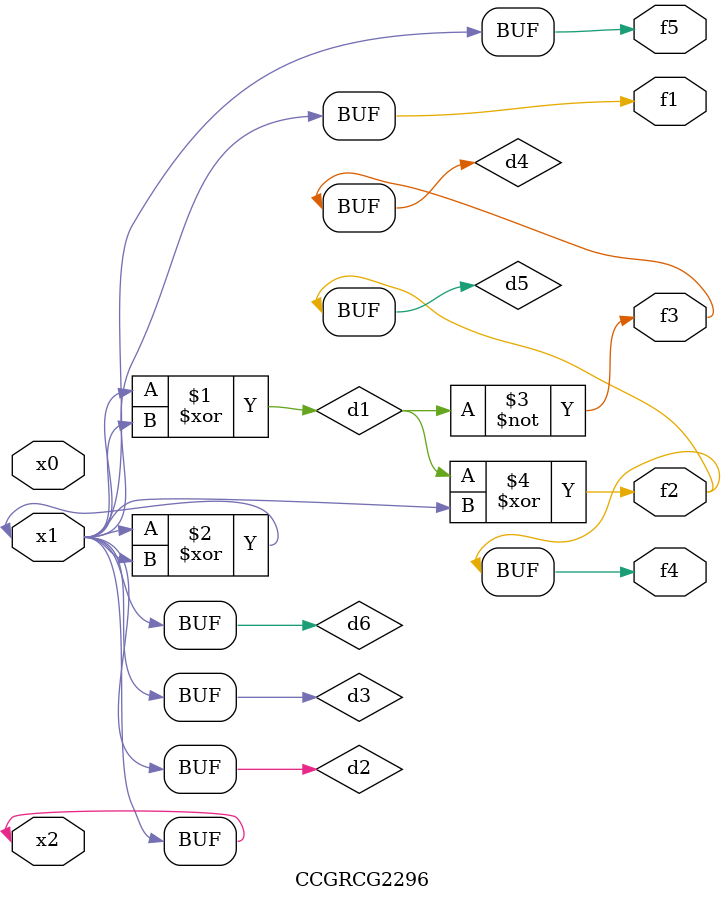
<source format=v>
module CCGRCG2296(
	input x0, x1, x2,
	output f1, f2, f3, f4, f5
);

	wire d1, d2, d3, d4, d5, d6;

	xor (d1, x1, x2);
	buf (d2, x1, x2);
	xor (d3, x1, x2);
	nor (d4, d1);
	xor (d5, d1, d2);
	buf (d6, d2, d3);
	assign f1 = d6;
	assign f2 = d5;
	assign f3 = d4;
	assign f4 = d5;
	assign f5 = d6;
endmodule

</source>
